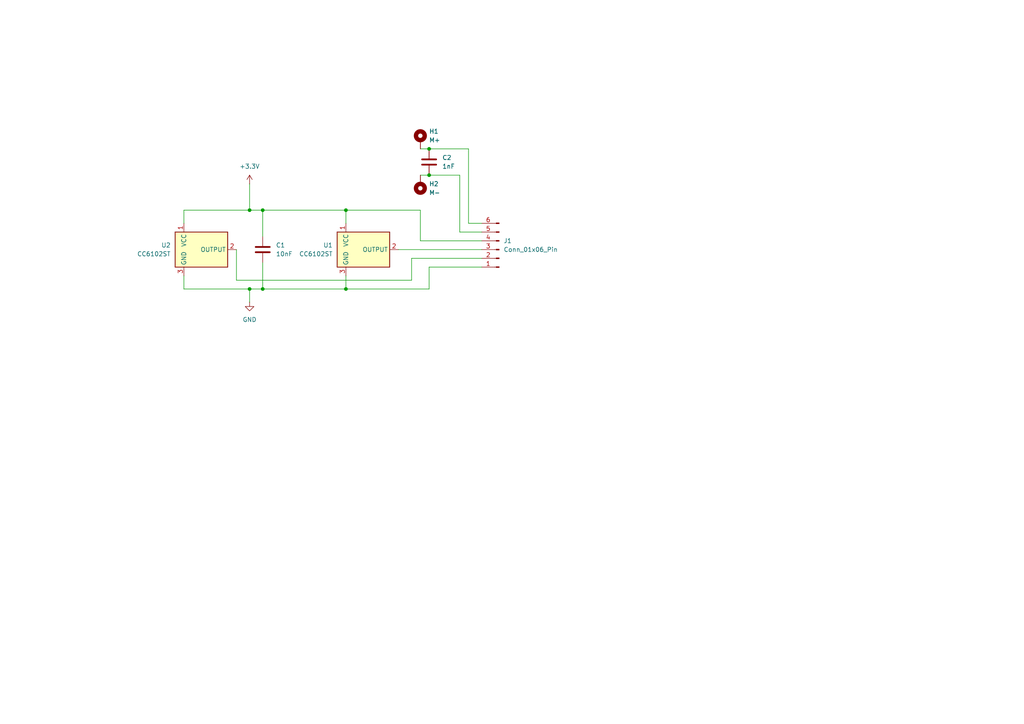
<source format=kicad_sch>
(kicad_sch (version 20250114) (generator "eeschema") (generator_version "9.0")
  (paper "A4")
  (lib_symbols
    (symbol "Connector:Conn_01x06_Pin" (pin_names (offset 1.016) (hide yes))
      (property "Reference" "J" (at 0 7.62 0))
      (property "Value" "Conn_01x06_Pin" (at 0 -10.16 0))
      (symbol "Conn_01x06_Pin_1_1"
        (rectangle (start 0.8636 5.207) (end 0 4.953) (stroke (width 0.1524)) (fill (type outline)))
        (rectangle (start 0.8636 2.667) (end 0 2.413) (stroke (width 0.1524)) (fill (type outline)))
        (rectangle (start 0.8636 0.127) (end 0 -0.127) (stroke (width 0.1524)) (fill (type outline)))
        (rectangle (start 0.8636 -2.413) (end 0 -2.667) (stroke (width 0.1524)) (fill (type outline)))
        (rectangle (start 0.8636 -4.953) (end 0 -5.207) (stroke (width 0.1524)) (fill (type outline)))
        (rectangle (start 0.8636 -7.493) (end 0 -7.747) (stroke (width 0.1524)) (fill (type outline)))
        (polyline (pts (xy 1.27 5.08) (xy 0.8636 5.08)) (stroke (width 0.1524)))
        (polyline (pts (xy 1.27 2.54) (xy 0.8636 2.54)) (stroke (width 0.1524)))
        (polyline (pts (xy 1.27 0) (xy 0.8636 0)) (stroke (width 0.1524)))
        (polyline (pts (xy 1.27 -2.54) (xy 0.8636 -2.54)) (stroke (width 0.1524)))
        (polyline (pts (xy 1.27 -5.08) (xy 0.8636 -5.08)) (stroke (width 0.1524)))
        (polyline (pts (xy 1.27 -7.62) (xy 0.8636 -7.62)) (stroke (width 0.1524)))
        (pin passive line (at 5.08 5.08 180) (length 3.81) (name "Pin_1") (number "1"))
        (pin passive line (at 5.08 2.54 180) (length 3.81) (name "Pin_2") (number "2"))
        (pin passive line (at 5.08 0 180) (length 3.81) (name "Pin_3") (number "3"))
        (pin passive line (at 5.08 -2.54 180) (length 3.81) (name "Pin_4") (number "4"))
        (pin passive line (at 5.08 -5.08 180) (length 3.81) (name "Pin_5") (number "5"))
        (pin passive line (at 5.08 -7.62 180) (length 3.81) (name "Pin_6") (number "6"))
      )
    )
    (symbol "Device:C" (pin_numbers (hide yes)) (pin_names (offset 0.254))
      (property "Reference" "C" (at 0.635 2.54 0))
      (property "Value" "C" (at 0.635 -2.54 0))
      (symbol "C_0_1"
        (polyline (pts (xy -2.032 0.762) (xy 2.032 0.762)) (stroke (width 0.508)))
        (polyline (pts (xy -2.032 -0.762) (xy 2.032 -0.762)) (stroke (width 0.508)))
      )
      (symbol "C_1_1"
        (pin passive line (at 0 3.81 270) (length 2.794) (name "~") (number "1"))
        (pin passive line (at 0 -3.81 90) (length 2.794) (name "~") (number "2"))
      )
    )
    (symbol "Mechanical:MountingHole_Pad" (pin_numbers (hide yes)) (pin_names (offset 1.016) (hide yes)) (in_bom no)
      (property "Reference" "H" (at 0 6.35 0))
      (property "Value" "MountingHole_Pad" (at 0 4.445 0))
      (symbol "MountingHole_Pad_0_1"
        (circle (center 0 1.27) (radius 1.27) (stroke (width 1.27)))
      )
      (symbol "MountingHole_Pad_1_1"
        (pin input line (at 0 -2.54 90) (length 2.54) (name "1") (number "1"))
      )
    )
    (symbol "Sensor_Magnetic:SM351LT"
      (property "Reference" "U" (at 5.08 8.89 0))
      (property "Value" "SM351LT" (at 2.54 6.35 0))
      (symbol "SM351LT_0_1"
        (rectangle (start 7.62 5.08) (end -7.62 -5.08) (stroke (width 0.254)) (fill (type background)))
      )
      (symbol "SM351LT_1_1"
        (pin power_in line (at -5.08 7.62 270) (length 2.54) (name "VCC") (number "1"))
        (pin power_in line (at -5.08 -7.62 90) (length 2.54) (name "GND") (number "3"))
        (pin output line (at 10.16 0 180) (length 2.54) (name "OUTPUT") (number "2"))
      )
    )
    (symbol "power:+3.3V" (power) (pin_numbers (hide yes)) (pin_names (offset 0) (hide yes))
      (property "Value" "+3.3V" (at 0 3.556 0))
      (symbol "+3.3V_0_1"
        (polyline (pts (xy -0.762 1.27) (xy 0 2.54)))
        (polyline (pts (xy 0 2.54) (xy 0.762 1.27)))
        (polyline (pts (xy 0 0) (xy 0 2.54)))
      )
      (symbol "+3.3V_1_1"
        (pin power_in line (at 0 0 90) (length 0) (name "~") (number "1"))
      )
    )
    (symbol "power:GND" (power) (pin_numbers (hide yes)) (pin_names (offset 0) (hide yes))
      (property "Value" "GND" (at 0 -3.81 0))
      (symbol "GND_0_1"
        (polyline (pts (xy 0 0) (xy 0 -1.27) (xy 1.27 -1.27) (xy 0 -2.54) (xy -1.27 -1.27) (xy 0 -1.27)))
      )
      (symbol "GND_1_1"
        (pin power_in line (at 0 0 270) (length 0) (name "~") (number "1"))
      )
    )
  )
  (junction (at 100.33 60.96))
  (junction (at 100.33 83.82))
  (junction (at 72.39 60.96))
  (junction (at 72.39 83.82))
  (junction (at 76.2 83.82))
  (junction (at 124.46 43.18))
  (junction (at 124.46 50.8))
  (junction (at 76.2 60.96))
  (wire (pts (xy 72.39 60.96) (xy 76.2 60.96)))
  (wire (pts (xy 121.92 50.8) (xy 124.46 50.8)))
  (wire (pts (xy 119.38 74.93) (xy 119.38 81.28)))
  (wire (pts (xy 53.34 80.01) (xy 53.34 83.82)))
  (wire (pts (xy 76.2 83.82) (xy 100.33 83.82)))
  (wire (pts (xy 68.58 72.39) (xy 68.58 81.28)))
  (wire (pts (xy 76.2 76.2) (xy 76.2 83.82)))
  (wire (pts (xy 100.33 60.96) (xy 100.33 64.77)))
  (wire (pts (xy 121.92 69.85) (xy 139.7 69.85)))
  (wire (pts (xy 72.39 53.34) (xy 72.39 60.96)))
  (wire (pts (xy 119.38 74.93) (xy 139.7 74.93)))
  (wire (pts (xy 53.34 83.82) (xy 72.39 83.82)))
  (wire (pts (xy 121.92 60.96) (xy 121.92 69.85)))
  (wire (pts (xy 53.34 60.96) (xy 53.34 64.77)))
  (wire (pts (xy 76.2 60.96) (xy 100.33 60.96)))
  (wire (pts (xy 133.35 50.8) (xy 133.35 67.31)))
  (wire (pts (xy 72.39 87.63) (xy 72.39 83.82)))
  (wire (pts (xy 100.33 60.96) (xy 121.92 60.96)))
  (wire (pts (xy 68.58 81.28) (xy 119.38 81.28)))
  (wire (pts (xy 76.2 60.96) (xy 76.2 68.58)))
  (wire (pts (xy 124.46 83.82) (xy 124.46 77.47)))
  (wire (pts (xy 135.89 64.77) (xy 139.7 64.77)))
  (wire (pts (xy 135.89 43.18) (xy 135.89 64.77)))
  (wire (pts (xy 100.33 83.82) (xy 100.33 80.01)))
  (wire (pts (xy 124.46 43.18) (xy 135.89 43.18)))
  (wire (pts (xy 53.34 60.96) (xy 72.39 60.96)))
  (wire (pts (xy 100.33 83.82) (xy 124.46 83.82)))
  (wire (pts (xy 72.39 83.82) (xy 76.2 83.82)))
  (wire (pts (xy 121.92 43.18) (xy 124.46 43.18)))
  (wire (pts (xy 133.35 67.31) (xy 139.7 67.31)))
  (wire (pts (xy 115.57 72.39) (xy 139.7 72.39)))
  (wire (pts (xy 133.35 50.8) (xy 124.46 50.8)))
  (wire (pts (xy 124.46 77.47) (xy 139.7 77.47)))
  (symbol (lib_id "power:GND") (at 72.39 87.63 0) (unit 1)
    (property "Reference" "#PWR02" (effects (hide yes)))
    (property "Value" "GND" (at 72.39 92.71 0))
    (property "Description" "Power symbol creates a global label with name \"GND\" , ground" (effects (hide yes)))
  )
  (symbol (lib_id "Device:C") (at 76.2 72.39 0) (unit 1)
    (property "Reference" "C1" (at 80.01 71.1199 0) (effects (justify left)))
    (property "Value" "10nF" (at 80.01 73.6599 0) (effects (justify left)))
    (property "Footprint" "Capacitor_SMD:C_0805_2012Metric" (effects (hide yes)))
    (property "Description" "Unpolarized capacitor" (effects (hide yes)))
  )
  (symbol (lib_id "Mechanical:MountingHole_Pad") (at 121.92 40.64 0) (unit 1) (in_bom no)
    (property "Reference" "H1" (at 124.46 38.0999 0) (effects (justify left)))
    (property "Value" "M+" (at 124.46 40.6399 0) (effects (justify left)))
    (property "Footprint" "MyPassives:small_slot_1.2x0.3mm" (effects (hide yes)))
    (property "Description" "Mounting Hole with connection" (effects (hide yes)))
  )
  (symbol (lib_id "Mechanical:MountingHole_Pad") (at 121.92 53.34 180) (unit 1) (in_bom no)
    (property "Reference" "H2" (at 124.46 53.3399 0) (effects (justify right)))
    (property "Value" "M-" (at 124.46 55.8799 0) (effects (justify right)))
    (property "Footprint" "MyPassives:small_slot_1.2x0.3mm" (effects (hide yes)))
    (property "Description" "Mounting Hole with connection" (effects (hide yes)))
  )
  (symbol (lib_id "Device:C") (at 124.46 46.99 0) (unit 1)
    (property "Reference" "C2" (at 128.27 45.7199 0) (effects (justify left)))
    (property "Value" "1nF" (at 128.27 48.2599 0) (effects (justify left)))
    (property "Footprint" "Capacitor_SMD:C_0805_2012Metric" (effects (hide yes)))
    (property "Description" "Unpolarized capacitor" (effects (hide yes)))
  )
  (symbol (lib_id "Sensor_Magnetic:SM351LT") (at 58.42 72.39 0) (unit 1)
    (property "Reference" "U2" (at 49.53 71.1199 0) (effects (justify right)))
    (property "Value" "CC6102ST" (at 49.53 73.6599 0) (effects (justify right)))
    (property "Footprint" "Package_TO_SOT_SMD:SOT-23" (effects (hide yes)))
    (property "Datasheet" "https://sensing.honeywell.com/honeywell-sensing-nanopower-series-product-sheet-50095501-a-en.pdf" (effects (hide yes)))
    (property "Description" "Hall Effect Switch, SOT-23" (effects (hide yes)))
  )
  (symbol (lib_id "Connector:Conn_01x06_Pin") (at 144.78 72.39 180) (unit 1)
    (property "Reference" "J1" (at 146.05 69.8499 0) (effects (justify right)))
    (property "Value" "Conn_01x06_Pin" (at 146.05 72.3899 0) (effects (justify right)))
    (property "Footprint" "Connector_PinSocket_1.00mm:PinSocket_1x06_P1.00mm_Vertical" (effects (hide yes)))
    (property "Description" "Generic connector, single row, 01x06, script generated" (effects (hide yes)))
  )
  (symbol (lib_id "power:+3.3V") (at 72.39 53.34 0) (unit 1)
    (property "Reference" "#PWR01" (effects (hide yes)))
    (property "Value" "+3.3V" (at 72.39 48.26 0))
    (property "Description" "Power symbol creates a global label with name \"+3.3V\"" (effects (hide yes)))
  )
  (symbol (lib_id "Sensor_Magnetic:SM351LT") (at 105.41 72.39 0) (unit 1)
    (property "Reference" "U1" (at 96.52 71.1199 0) (effects (justify right)))
    (property "Value" "CC6102ST" (at 96.52 73.6599 0) (effects (justify right)))
    (property "Footprint" "Package_TO_SOT_SMD:SOT-23" (effects (hide yes)))
    (property "Datasheet" "https://sensing.honeywell.com/honeywell-sensing-nanopower-series-product-sheet-50095501-a-en.pdf" (effects (hide yes)))
    (property "Description" "Hall Effect Switch, SOT-23" (effects (hide yes)))
  )
)
</source>
